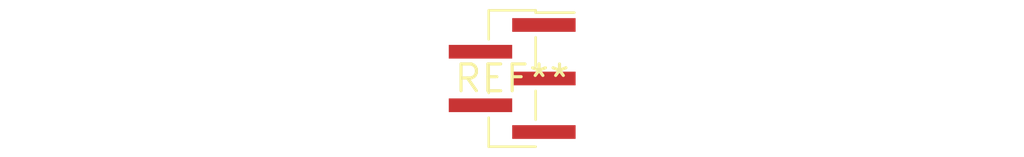
<source format=kicad_pcb>
(kicad_pcb (version 20240108) (generator pcbnew)
  (layers (0 "F.Cu" signal) (31 "B.Cu" signal) (34 "B.Paste" user) (35 "F.Paste" user) (36 "B.SilkS" user "B.Silkscreen") (37 "F.SilkS" user "F.Silkscreen") (38 "B.Mask" user) (39 "F.Mask" user) (44 "Edge.Cuts" user))
  (net 0 "")
  (footprint "PinHeader_1x05_P1.27mm_Vertical_SMD_Pin1Right" (layer "F.Cu") (at 0 0)
    (property "Reference" "REF**")
    (property "Value" "PinHeader_1x05_P1.27mm_Vertical_SMD_Pin1Right")
    (fp_line (start -1.11 -3.235) (end 1.11 -3.235) (layer "F.SilkS") (stroke (width 0.12)))
    (fp_line (start -1.11 -3.225) (end -1.11 -1.855) (layer "F.SilkS") (stroke (width 0.12)))
    (fp_line (start -1.11 -0.685) (end -1.11 0.685) (layer "F.SilkS") (stroke (width 0.12)))
    (fp_line (start -1.11 1.855) (end -1.11 3.225) (layer "F.SilkS") (stroke (width 0.12)))
    (fp_line (start -1.11 3.125) (end -1.11 3.235) (layer "F.SilkS") (stroke (width 0.12)))
    (fp_line (start -1.11 3.235) (end 1.11 3.235) (layer "F.SilkS") (stroke (width 0.12)))
    (fp_line (start 1.11 -3.235) (end 1.11 -3.125) (layer "F.SilkS") (stroke (width 0.12)))
    (fp_line (start 1.11 -3.125) (end 2.94 -3.125) (layer "F.SilkS") (stroke (width 0.12)))
    (fp_line (start 1.11 -1.955) (end 1.11 -0.585) (layer "F.SilkS") (stroke (width 0.12)))
    (fp_line (start 1.11 0.585) (end 1.11 1.955) (layer "F.SilkS") (stroke (width 0.12)))
    (pad "1" smd rect (at 1.5 -2.54) (size 3 0.65) (layers "F.Cu" "F.Paste" "F.Mask"))
    (pad "2" smd rect (at -1.5 -1.27) (size 3 0.65) (layers "F.Cu" "F.Paste" "F.Mask"))
    (pad "3" smd rect (at 1.5 0) (size 3 0.65) (layers "F.Cu" "F.Paste" "F.Mask"))
    (pad "4" smd rect (at -1.5 1.27) (size 3 0.65) (layers "F.Cu" "F.Paste" "F.Mask"))
    (pad "5" smd rect (at 1.5 2.54) (size 3 0.65) (layers "F.Cu" "F.Paste" "F.Mask"))
  )
)
</source>
